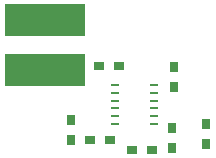
<source format=gbr>
G04 DipTrace 3.0.0.2*
G04 TopPaste.gbr*
%MOIN*%
G04 #@! TF.FileFunction,Paste,Top*
G04 #@! TF.Part,Single*
%ADD34R,0.267717X0.110236*%
%ADD40R,0.031496X0.035433*%
%ADD42R,0.035433X0.031496*%
%ADD44R,0.027126X0.008661*%
%FSLAX26Y26*%
G04*
G70*
G90*
G75*
G01*
G04 TopPaste*
%LPD*%
D44*
X1083642Y619980D3*
Y594390D3*
Y568799D3*
Y543209D3*
X953720Y619980D3*
X1083642Y645571D3*
Y671161D3*
X953720Y594390D3*
Y568799D3*
Y543209D3*
Y645571D3*
Y671161D3*
D42*
X901575Y734252D3*
X968504D3*
X938976Y488189D3*
X872047D3*
D40*
X1257874Y543307D3*
Y476378D3*
X809055Y555118D3*
Y488189D3*
X1151575Y665354D3*
Y732283D3*
D42*
X1078740Y456693D3*
X1011811D3*
D40*
X1145669Y527559D3*
Y460630D3*
D34*
X722441Y722441D3*
Y887795D3*
M02*

</source>
